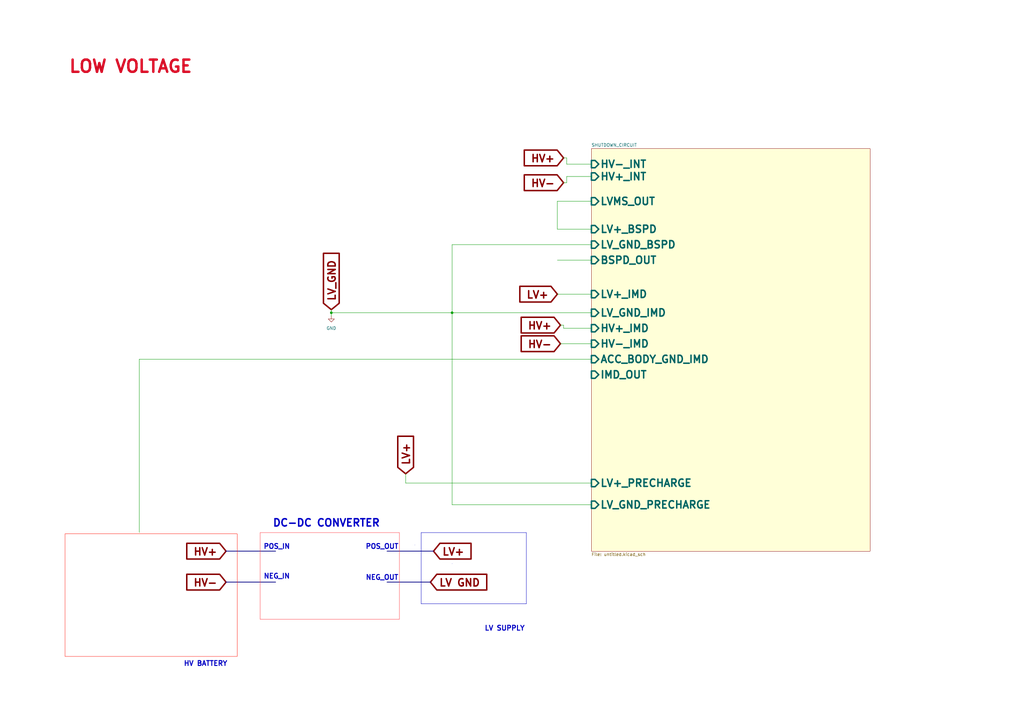
<source format=kicad_sch>
(kicad_sch (version 20231120) (generator "eeschema") (generator_version "8.0")
  (paper "A3")
  (lib_symbols
    (symbol "power:GND" (power) (pin_numbers hide) (pin_names (offset 0) hide)
      (property "Value" "GND" (at 0 -3.81 0))
      (symbol "GND_0_1"
        (polyline (pts (xy 0 0) (xy 0 -1.27) (xy 1.27 -1.27) (xy 0 -2.54) (xy -1.27 -1.27) (xy 0 -1.27)))
      )
      (symbol "GND_1_1"
        (pin power_in line (at 0 0 270) (length 0) (name "~") (number "1"))
      )
    )
  )
  (junction (at 185.42 128.27))
  (junction (at 135.89 128.27))
  (wire (pts (xy 166.37 194.31) (xy 166.37 198.12)))
  (wire (pts (xy 242.57 100.33) (xy 185.42 100.33)))
  (wire (pts (xy 232.41 72.39) (xy 242.57 72.39)))
  (wire (pts (xy 242.57 82.55) (xy 228.6 82.55)))
  (wire (pts (xy 228.6 93.98) (xy 228.6 82.55)))
  (wire (pts (xy 232.41 74.93) (xy 232.41 72.39)))
  (bus (pts (xy 92.71 226.06) (xy 113.03 226.06)))
  (wire (pts (xy 135.89 128.27) (xy 135.89 129.54)))
  (wire (pts (xy 229.87 140.97) (xy 242.57 140.97)))
  (wire (pts (xy 232.41 64.77) (xy 232.41 67.31)))
  (bus (pts (xy 158.75 238.76) (xy 176.53 238.76)))
  (wire (pts (xy 185.42 207.01) (xy 185.42 128.27)))
  (bus (pts (xy 92.71 238.76) (xy 113.03 238.76)))
  (wire (pts (xy 231.14 74.93) (xy 232.41 74.93)))
  (wire (pts (xy 232.41 67.31) (xy 242.57 67.31)))
  (wire (pts (xy 228.6 120.65) (xy 242.57 120.65)))
  (wire (pts (xy 231.14 133.35) (xy 231.14 134.62)))
  (wire (pts (xy 242.57 198.12) (xy 166.37 198.12)))
  (wire (pts (xy 242.57 207.01) (xy 185.42 207.01)))
  (wire (pts (xy 185.42 100.33) (xy 185.42 128.27)))
  (wire (pts (xy 242.57 147.32) (xy 57.15 147.32)))
  (wire (pts (xy 242.57 93.98) (xy 228.6 93.98)))
  (wire (pts (xy 135.89 127) (xy 135.89 128.27)))
  (wire (pts (xy 242.57 106.68) (xy 228.6 106.68)))
  (wire (pts (xy 57.15 147.32) (xy 57.15 218.44)))
  (wire (pts (xy 231.14 64.77) (xy 232.41 64.77)))
  (wire (pts (xy 185.42 128.27) (xy 135.89 128.27)))
  (wire (pts (xy 185.42 128.27) (xy 242.57 128.27)))
  (bus (pts (xy 158.75 226.06) (xy 177.8 226.06)))
  (wire (pts (xy 229.87 133.35) (xy 231.14 133.35)))
  (wire (pts (xy 231.14 134.62) (xy 242.57 134.62)))
  (rectangle (start 26.67 218.948) (end 97.282 269.24) (stroke (width 0) (color 255 25 14 1)))
  (rectangle (start 172.72 218.44) (end 215.9 247.65))
  (rectangle (start 106.68 218.44) (end 163.83 254) (stroke (width 0) (color 255 62 69 1)))
  (rectangle (start 185.42 231.14) (end 185.42 231.14))
  (rectangle (start 170.18 223.52) (end 170.18 223.52))
  (text "LV SUPPLY" (at 207.01 257.81 0) (effects (font (size 2 2) (bold yes))))
  (text "POS_OUT" (at 156.718 224.282 0) (effects (font (size 2 2) (bold yes))))
  (text "HV BATTERY" (at 84.328 272.288 0) (effects (font (size 2 2) (bold yes))))
  (text "DC-DC CONVERTER" (at 133.858 214.63 0) (effects (font (size 3 3) (bold yes))))
  (text "LOW VOLTAGE" (at 53.594 27.432 0) (effects (font (size 5 5) (bold yes))))
  (text "POS_IN" (at 113.538 224.282 0) (effects (font (size 2 2) (bold yes))))
  (text "NEG_OUT" (at 156.718 236.982 0) (effects (font (size 2 2) (bold yes))))
  (text "NEG_IN" (at 113.538 236.474 0) (effects (font (size 2 2) (bold yes))))
  (global_label "LV+" (shape input) (at 177.8 226.06 0) (effects (font (size 3 3) (bold yes))) (property "Intersheetrefs" "${INTERSHEET_REFS}" (effects (hide yes))))
  (global_label "HV+" (shape input) (at 231.14 64.77 180) (effects (font (size 3 3) (bold yes))) (property "Intersheetrefs" "${INTERSHEET_REFS}" (effects (hide yes))))
  (global_label "LV+" (shape input) (at 228.6 120.65 180) (effects (font (size 3 3) (bold yes))) (property "Intersheetrefs" "${INTERSHEET_REFS}" (effects (hide yes))))
  (global_label "LV_GND" (shape input) (at 135.89 127 90) (effects (font (size 3 3) (bold yes))) (property "Intersheetrefs" "${INTERSHEET_REFS}" (effects (hide yes))))
  (global_label "HV-" (shape input) (at 231.14 74.93 180) (effects (font (size 3 3) (bold yes))) (property "Intersheetrefs" "${INTERSHEET_REFS}" (effects (hide yes))))
  (global_label "HV+" (shape input) (at 92.71 226.06 180) (effects (font (size 3 3) (bold yes))) (property "Intersheetrefs" "${INTERSHEET_REFS}" (effects (hide yes))))
  (global_label "LV+" (shape input) (at 166.37 194.31 90) (effects (font (size 3 3) (bold yes))) (property "Intersheetrefs" "${INTERSHEET_REFS}" (effects (hide yes))))
  (global_label "HV-" (shape input) (at 92.71 238.76 180) (effects (font (size 3 3) (bold yes))) (property "Intersheetrefs" "${INTERSHEET_REFS}" (effects (hide yes))))
  (global_label "HV+" (shape input) (at 229.87 133.35 180) (effects (font (size 3 3) (bold yes))) (property "Intersheetrefs" "${INTERSHEET_REFS}" (effects (hide yes))))
  (global_label "HV-" (shape input) (at 229.87 140.97 180) (effects (font (size 3 3) (bold yes))) (property "Intersheetrefs" "${INTERSHEET_REFS}" (effects (hide yes))))
  (global_label "LV GND" (shape input) (at 176.53 238.76 0) (effects (font (size 3 3) (bold yes))) (property "Intersheetrefs" "${INTERSHEET_REFS}" (effects (hide yes))))
  (symbol (lib_id "power:GND") (at 135.89 129.54 0) (unit 1)
    (property "Reference" "#PWR051" (effects (hide yes)))
    (property "Value" "GND" (at 135.89 134.62 0))
    (property "Description" "Power symbol creates a global label with name \"GND\" , ground" (effects (hide yes)))
  )
  (sheet (at 242.57 60.96) (size 114.3 165.1) (stroke (width 0.1524)) (fill (color 255 255 216 1.0000))
    (property "Sheetname" "SHUTDOWN_CIRCUIT" (at 242.57 60.2484 0) (effects (justify left bottom)))
    (property "Sheetfile" "untitled.kicad_sch" (at 242.57 226.6446 0) (effects (justify left top)))
    (pin "HV-_INT" input (at 242.57 67.31 180) (effects (font (size 3 3) (bold yes))))
    (pin "HV+_INT" input (at 242.57 72.39 180) (effects (font (size 3 3) (bold yes))))
    (pin "LVMS_OUT" input (at 242.57 82.55 180) (effects (font (size 3 3) (bold yes))))
    (pin "LV_GND_IMD" input (at 242.57 128.27 180) (effects (font (size 3 3) (bold yes))))
    (pin "HV+_IMD" input (at 242.57 134.62 180) (effects (font (size 3 3) (bold yes))))
    (pin "LV+_IMD" input (at 242.57 120.65 180) (effects (font (size 3 3) (bold yes))))
    (pin "IMD_OUT" input (at 242.57 153.67 180) (effects (font (size 3 3) (bold yes))))
    (pin "LV+_BSPD" input (at 242.57 93.98 180) (effects (font (size 3 3) (bold yes))))
    (pin "BSPD_OUT" input (at 242.57 106.68 180) (effects (font (size 3 3) (thickness 0.6) (bold yes))))
    (pin "LV_GND_BSPD" input (at 242.57 100.33 180) (effects (font (size 3 3) (bold yes))))
    (pin "HV-_IMD" input (at 242.57 140.97 180) (effects (font (size 3 3) (bold yes))))
    (pin "ACC_BODY_GND_IMD" input (at 242.57 147.32 180) (effects (font (size 3 3) (bold yes))))
    (pin "LV+_PRECHARGE" input (at 242.57 198.12 180) (effects (font (size 3 3) (bold yes))))
    (pin "LV_GND_PRECHARGE" input (at 242.57 207.01 180) (effects (font (size 3 3) (bold yes))))
  )
)
</source>
